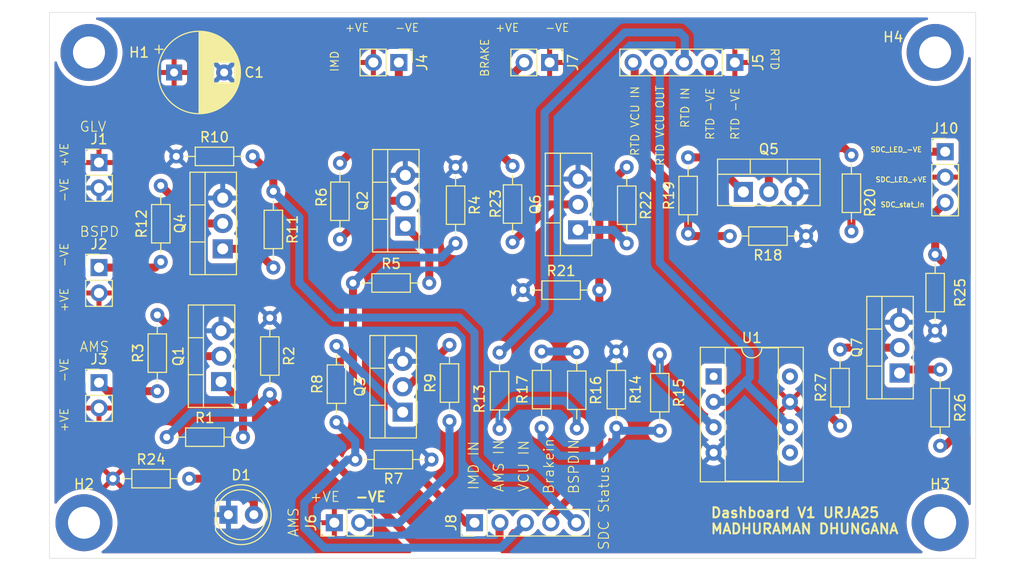
<source format=kicad_pcb>
(kicad_pcb (version 20240108) (generator "pcbnew") (generator_version "8.0")
  (layers (0 "F.Cu" signal) (31 "B.Cu" signal) (34 "B.Paste" user) (35 "F.Paste" user) (36 "B.SilkS" user "B.Silkscreen") (37 "F.SilkS" user "F.Silkscreen") (38 "B.Mask" user) (39 "F.Mask" user) (44 "Edge.Cuts" user))
  (net 0 "")
  (net 1 "AMS LED +ve")
  (net 2 "BSPD LED -ve")
  (net 3 "AMS LED -ve")
  (net 4 "IMD LED -ve")
  (net 5 "RTD Signal IN")
  (net 6 "RTD Signal VCU Out")
  (net 7 "RTD -ve out")
  (net 8 "Net-(Q1-D)")
  (net 9 "Net-(Q1-G)")
  (net 10 "Net-(Q2-G)")
  (net 11 "Net-(Q2-D)")
  (net 12 "Net-(Q3-D)")
  (net 13 "Net-(Q3-G)")
  (net 14 "Net-(Q4-D)")
  (net 15 "Net-(Q4-G)")
  (net 16 "AMS LED IN")
  (net 17 "IMD LED IN")
  (net 18 "VCU LED IN")
  (net 19 "VCU LED -ve")
  (net 20 "BSPD LED IN")
  (net 21 "Net-(R13-Pad1)")
  (net 22 "Net-(U1-+)")
  (net 23 "GND")
  (net 24 "RTD Signal VCU IN")
  (net 25 "Net-(Q5-G)")
  (net 26 "Net-(Q5-D)")
  (net 27 "Net-(R14-Pad2)")
  (net 28 "Net-(R16-Pad1)")
  (net 32 "Brake light -ve")
  (net 33 "Net-(Q6-D)")
  (net 34 "Net-(Q6-G)")
  (net 35 "Brake Light In")
  (net 36 "Net-(D1-A)")
  (net 37 "SDC_status_LED-ve")
  (net 38 "Net-(Q7-G)")
  (net 39 "Net-(Q7-D)")
  (net 40 "SDC_Status_in")
  (footprint "Connector_PinHeader_2.54mm:PinHeader_1x03_P2.54mm_Vertical" (layer "F.Cu") (at 174.5 102.92)
    (property "Reference" "J10" (at 0 -2.33 0) (layer "F.SilkS"))
    (property "Value" "Conn_01x03_Pin")
    (pad "1" thru_hole rect (at 0 0) (size 1.7 1.7) (drill 1) (layers "*.Cu" "*.Mask") (net 37 "SDC_status_LED-ve"))
    (pad "2" thru_hole oval (at 0 2.54) (size 1.7 1.7) (drill 1) (layers "*.Cu" "*.Mask") (net 1 "AMS LED +ve"))
    (pad "3" thru_hole oval (at 0 5.08) (size 1.7 1.7) (drill 1) (layers "*.Cu" "*.Mask") (net 40 "SDC_Status_in"))
  )
  (footprint "Package_DIP:CERDIP-8_W7.62mm_SideBrazed_Socket" (layer "F.Cu") (at 151.38 125.38)
    (property "Reference" "U1" (at 3.81 -3.855 0) (layer "F.SilkS"))
    (property "Value" "LM741")
    (pad "1" thru_hole rect (at 0 0) (size 1.6 1.6) (drill 0.8) (layers "*.Cu" "*.Mask"))
    (pad "2" thru_hole circle (at 0 2.54) (size 1.6 1.6) (drill 0.8) (layers "*.Cu" "*.Mask") (net 6 "RTD Signal VCU Out"))
    (pad "3" thru_hole circle (at 0 5.08) (size 1.6 1.6) (drill 0.8) (layers "*.Cu" "*.Mask") (net 22 "Net-(U1-+)"))
    (pad "4" thru_hole circle (at 0 7.62) (size 1.6 1.6) (drill 0.8) (layers "*.Cu" "*.Mask") (net 23 "GND"))
    (pad "5" thru_hole circle (at 7.62 7.62) (size 1.6 1.6) (drill 0.8) (layers "*.Cu" "*.Mask"))
    (pad "6" thru_hole circle (at 7.62 5.08) (size 1.6 1.6) (drill 0.8) (layers "*.Cu" "*.Mask") (net 6 "RTD Signal VCU Out"))
    (pad "7" thru_hole circle (at 7.62 2.54) (size 1.6 1.6) (drill 0.8) (layers "*.Cu" "*.Mask") (net 1 "AMS LED +ve"))
    (pad "8" thru_hole circle (at 7.62 0) (size 1.6 1.6) (drill 0.8) (layers "*.Cu" "*.Mask"))
  )
  (footprint "Resistor_THT:R_Axial_DIN0204_L3.6mm_D1.6mm_P7.62mm_Horizontal" (layer "F.Cu") (at 130 130.62 90)
    (property "Reference" "R13" (at 3 -2 90) (layer "F.SilkS"))
    (property "Value" "390")
    (pad "1" thru_hole circle (at 0 0 90) (size 1.4 1.4) (drill 0.7) (layers "*.Cu" "*.Mask") (net 21 "Net-(R13-Pad1)"))
    (pad "2" thru_hole oval (at 7.62 0 90) (size 1.4 1.4) (drill 0.7) (layers "*.Cu" "*.Mask") (net 5 "RTD Signal IN"))
  )
  (footprint "Resistor_THT:R_Axial_DIN0204_L3.6mm_D1.6mm_P7.62mm_Horizontal" (layer "F.Cu") (at 107.06 119.53 -90)
    (property "Reference" "R2" (at 3.81 -1.92 90) (layer "F.SilkS"))
    (property "Value" "10k")
    (pad "1" thru_hole circle (at 0 0 270) (size 1.4 1.4) (drill 0.7) (layers "*.Cu" "*.Mask") (net 23 "GND"))
    (pad "2" thru_hole oval (at 7.62 0 270) (size 1.4 1.4) (drill 0.7) (layers "*.Cu" "*.Mask") (net 16 "AMS LED IN"))
  )
  (footprint "Connector_PinHeader_2.54mm:PinHeader_1x02_P2.54mm_Vertical" (layer "F.Cu") (at 90 104)
    (property "Reference" "J1" (at 0 -2.33 0) (layer "F.SilkS"))
    (property "Value" "Conn_01x02_Pin")
    (pad "1" thru_hole rect (at 0 0) (size 1.7 1.7) (drill 1) (layers "*.Cu" "*.Mask") (net 1 "AMS LED +ve"))
    (pad "2" thru_hole oval (at 0 2.54) (size 1.7 1.7) (drill 1) (layers "*.Cu" "*.Mask") (net 23 "GND"))
  )
  (footprint "Resistor_THT:R_Axial_DIN0204_L3.6mm_D1.6mm_P7.62mm_Horizontal" (layer "F.Cu") (at 96.17 113.93 90)
    (property "Reference" "R12" (at 3.81 -1.92 90) (layer "F.SilkS"))
    (property "Value" "220")
    (pad "1" thru_hole circle (at 0 0 90) (size 1.4 1.4) (drill 0.7) (layers "*.Cu" "*.Mask") (net 2 "BSPD LED -ve"))
    (pad "2" thru_hole oval (at 7.62 0 90) (size 1.4 1.4) (drill 0.7) (layers "*.Cu" "*.Mask") (net 14 "Net-(Q4-D)"))
  )
  (footprint "Resistor_THT:R_Axial_DIN0204_L3.6mm_D1.6mm_P7.62mm_Horizontal" (layer "F.Cu") (at 165.14 103.26 -90)
    (property "Reference" "R20" (at 4.74 -1.86 90) (layer "F.SilkS"))
    (property "Value" "220")
    (pad "1" thru_hole circle (at 0 0 270) (size 1.4 1.4) (drill 0.7) (layers "*.Cu" "*.Mask") (net 7 "RTD -ve out"))
    (pad "2" thru_hole oval (at 7.62 0 270) (size 1.4 1.4) (drill 0.7) (layers "*.Cu" "*.Mask") (net 26 "Net-(Q5-D)"))
  )
  (footprint "Package_TO_SOT_THT:TO-220-3_Vertical" (layer "F.Cu") (at 154.35 106.935)
    (property "Reference" "Q5" (at 2.54 -4.27 0) (layer "F.SilkS"))
    (property "Value" "IRF540N")
    (pad "1" thru_hole rect (at 0 0) (size 1.905 2) (drill 1.1) (layers "*.Cu" "*.Mask") (net 25 "Net-(Q5-G)"))
    (pad "2" thru_hole oval (at 2.54 0) (size 1.905 2) (drill 1.1) (layers "*.Cu" "*.Mask") (net 26 "Net-(Q5-D)"))
    (pad "3" thru_hole oval (at 5.08 0) (size 1.905 2) (drill 1.1) (layers "*.Cu" "*.Mask") (net 23 "GND"))
  )
  (footprint "Resistor_THT:R_Axial_DIN0204_L3.6mm_D1.6mm_P7.62mm_Horizontal" (layer "F.Cu") (at 113.71 129.96 90)
    (property "Reference" "R8" (at 3.81 -1.92 90) (layer "F.SilkS"))
    (property "Value" "100")
    (pad "1" thru_hole circle (at 0 0 90) (size 1.4 1.4) (drill 0.7) (layers "*.Cu" "*.Mask") (net 18 "VCU LED IN"))
    (pad "2" thru_hole oval (at 7.62 0 90) (size 1.4 1.4) (drill 0.7) (layers "*.Cu" "*.Mask") (net 13 "Net-(Q3-G)"))
  )
  (footprint "Resistor_THT:R_Axial_DIN0204_L3.6mm_D1.6mm_P7.62mm_Horizontal" (layer "F.Cu") (at 134.2 130.51 90)
    (property "Reference" "R17" (at 3.81 -1.92 90) (layer "F.SilkS"))
    (property "Value" "10")
    (pad "1" thru_hole circle (at 0 0 90) (size 1.4 1.4) (drill 0.7) (layers "*.Cu" "*.Mask") (net 27 "Net-(R14-Pad2)"))
    (pad "2" thru_hole oval (at 7.62 0 90) (size 1.4 1.4) (drill 0.7) (layers "*.Cu" "*.Mask") (net 28 "Net-(R16-Pad1)"))
  )
  (footprint "Resistor_THT:R_Axial_DIN0204_L3.6mm_D1.6mm_P7.62mm_Horizontal" (layer "F.Cu") (at 125.61 104.45 -90)
    (property "Reference" "R4" (at 3.81 -1.92 90) (layer "F.SilkS"))
    (property "Value" "10k")
    (pad "1" thru_hole circle (at 0 0 270) (size 1.4 1.4) (drill 0.7) (layers "*.Cu" "*.Mask") (net 23 "GND"))
    (pad "2" thru_hole oval (at 7.62 0 270) (size 1.4 1.4) (drill 0.7) (layers "*.Cu" "*.Mask") (net 17 "IMD LED IN"))
  )
  (footprint "MountingHole:MountingHole_3.2mm_M3_ISO7380_Pad" (layer "F.Cu") (at 174 140)
    (property "Reference" "H3" (at 0 -3.85 0) (layer "F.SilkS"))
    (property "Value" "MountingHole_Pad_MP")
    (pad "1" thru_hole circle (at 0 0) (size 5.7 5.7) (drill 3.2) (layers "*.Cu" "*.Mask"))
  )
  (footprint "Package_TO_SOT_THT:TO-220-3_Vertical" (layer "F.Cu") (at 137.84 110.73 90)
    (property "Reference" "Q6" (at 2.54 -4.27 90) (layer "F.SilkS"))
    (property "Value" "IRF540N")
    (pad "1" thru_hole rect (at 0 0 90) (size 1.905 2) (drill 1.1) (layers "*.Cu" "*.Mask") (net 34 "Net-(Q6-G)"))
    (pad "2" thru_hole oval (at 2.54 0 90) (size 1.905 2) (drill 1.1) (layers "*.Cu" "*.Mask") (net 33 "Net-(Q6-D)"))
    (pad "3" thru_hole oval (at 5.08 0 90) (size 1.905 2) (drill 1.1) (layers "*.Cu" "*.Mask") (net 23 "GND"))
  )
  (footprint "Resistor_THT:R_Axial_DIN0204_L3.6mm_D1.6mm_P7.62mm_Horizontal" (layer "F.Cu") (at 174 132.31 90)
    (property "Reference" "R26" (at 3.81 2 90) (layer "F.SilkS"))
    (property "Value" "100")
    (pad "1" thru_hole circle (at 0 0 90) (size 1.4 1.4) (drill 0.7) (layers "*.Cu" "*.Mask") (net 40 "SDC_Status_in"))
    (pad "2" thru_hole oval (at 7.62 0 90) (size 1.4 1.4) (drill 0.7) (layers "*.Cu" "*.Mask") (net 38 "Net-(Q7-G)"))
  )
  (footprint "Resistor_THT:R_Axial_DIN0204_L3.6mm_D1.6mm_P7.62mm_Horizontal" (layer "F.Cu") (at 95.82 126.86 90)
    (property "Reference" "R3" (at 3.81 -1.92 90) (layer "F.SilkS"))
    (property "Value" "220")
    (pad "1" thru_hole circle (at 0 0 90) (size 1.4 1.4) (drill 0.7) (layers "*.Cu" "*.Mask") (net 3 "AMS LED -ve"))
    (pad "2" thru_hole oval (at 7.62 0 90) (size 1.4 1.4) (drill 0.7) (layers "*.Cu" "*.Mask") (net 8 "Net-(Q1-D)"))
  )
  (footprint "Package_TO_SOT_THT:TO-220-3_Vertical" (layer "F.Cu") (at 120.325 128.95 90)
    (property "Reference" "Q3" (at 2.54 -4.27 90) (layer "F.SilkS"))
    (property "Value" "IRF540N")
    (pad "1" thru_hole rect (at 0 0 90) (size 1.905 2) (drill 1.1) (layers "*.Cu" "*.Mask") (net 13 "Net-(Q3-G)"))
    (pad "2" thru_hole oval (at 2.54 0 90) (size 1.905 2) (drill 1.1) (layers "*.Cu" "*.Mask") (net 12 "Net-(Q3-D)"))
    (pad "3" thru_hole oval (at 5.08 0 90) (size 1.905 2) (drill 1.1) (layers "*.Cu" "*.Mask") (net 23 "GND"))
  )
  (footprint "Resistor_THT:R_Axial_DIN0204_L3.6mm_D1.6mm_P7.62mm_Horizontal" (layer "F.Cu") (at 114.06 104.06 -90)
    (property "Reference" "R6" (at 3.41 1.84 90) (layer "F.SilkS"))
    (property "Value" "220")
    (pad "1" thru_hole circle (at 0 0 270) (size 1.4 1.4) (drill 0.7) (layers "*.Cu" "*.Mask") (net 4 "IMD LED -ve"))
    (pad "2" thru_hole oval (at 7.62 0 270) (size 1.4 1.4) (drill 0.7) (layers "*.Cu" "*.Mask") (net 11 "Net-(Q2-D)"))
  )
  (footprint "Resistor_THT:R_Axial_DIN0204_L3.6mm_D1.6mm_P7.62mm_Horizontal" (layer "F.Cu") (at 148.83 111.11 90)
    (property "Reference" "R19" (at 3.81 -1.92 90) (layer "F.SilkS"))
    (property "Value" "100")
    (pad "1" thru_hole circle (at 0 0 90) (size 1.4 1.4) (drill 0.7) (layers "*.Cu" "*.Mask") (net 24 "RTD Signal VCU IN"))
    (pad "2" thru_hole oval (at 7.62 0 90) (size 1.4 1.4) (drill 0.7) (layers "*.Cu" "*.Mask") (net 25 "Net-(Q5-G)"))
  )
  (footprint "Resistor_THT:R_Axial_DIN0204_L3.6mm_D1.6mm_P7.62mm_Horizontal" (layer "F.Cu") (at 91.39 135.6)
    (property "Reference" "R24" (at 3.81 -1.92 0) (layer "F.SilkS"))
    (property "Value" "1K")
    (pad "1" thru_hole circle (at 0 0) (size 1.4 1.4) (drill 0.7) (layers "*.Cu" "*.Mask") (net 1 "AMS LED +ve"))
    (pad "2" thru_hole oval (at 7.62 0) (size 1.4 1.4) (drill 0.7) (layers "*.Cu" "*.Mask") (net 36 "Net-(D1-A)"))
  )
  (footprint "Resistor_THT:R_Axial_DIN0204_L3.6mm_D1.6mm_P7.62mm_Horizontal" (layer "F.Cu") (at 115.36 116.04)
    (property "Reference" "R5" (at 3.81 -1.92 0) (layer "F.SilkS"))
    (property "Value" "100")
    (pad "1" thru_hole circle (at 0 0) (size 1.4 1.4) (drill 0.7) (layers "*.Cu" "*.Mask") (net 17 "IMD LED IN"))
    (pad "2" thru_hole oval (at 7.62 0) (size 1.4 1.4) (drill 0.7) (layers "*.Cu" "*.Mask") (net 10 "Net-(Q2-G)"))
  )
  (footprint "Resistor_THT:R_Axial_DIN0204_L3.6mm_D1.6mm_P7.62mm_Horizontal" (layer "F.Cu") (at 141.66 122.89 -90)
    (property "Reference" "R14" (at 3.81 -1.92 90) (layer "F.SilkS"))
    (property "Value" "1k")
    (pad "1" thru_hole circle (at 0 0 270) (size 1.4 1.4) (drill 0.7) (layers "*.Cu" "*.Mask") (net 23 "GND"))
    (pad "2" thru_hole oval (at 7.62 0 270) (size 1.4 1.4) (drill 0.7) (layers "*.Cu" "*.Mask") (net 27 "Net-(R14-Pad2)"))
  )
  (footprint "Connector_PinHeader_2.54mm:PinHeader_1x02_P2.54mm_Vertical" (layer "F.Cu") (at 90 114.5)
    (property "Reference" "J2" (at 0 -2.33 0) (layer "F.SilkS"))
    (property "Value" "Conn_01x02_Pin")
    (pad "1" thru_hole rect (at 0 0) (size 1.7 1.7) (drill 1) (layers "*.Cu" "*.Mask") (net 2 "BSPD LED -ve"))
    (pad "2" thru_hole oval (at 0 2.54) (size 1.7 1.7) (drill 1) (layers "*.Cu" "*.Mask") (net 1 "AMS LED +ve"))
  )
  (footprint "LED_THT:LED_D5.0mm" (layer "F.Cu") (at 102.925 139.2)
    (property "Reference" "D1" (at 1.27 -3.96 0) (layer "F.SilkS"))
    (property "Value" "LED")
    (pad "1" thru_hole rect (at 0 0) (size 1.8 1.8) (drill 0.9) (layers "*.Cu" "*.Mask") (net 23 "GND"))
    (pad "2" thru_hole circle (at 2.54 0) (size 1.8 1.8) (drill 0.9) (layers "*.Cu" "*.Mask") (net 36 "Net-(D1-A)"))
  )
  (footprint "MountingHole:MountingHole_3.2mm_M3_ISO7380_Pad" (layer "F.Cu") (at 173.5 93)
    (property "Reference" "H4" (at -4.19 -1.53 0) (layer "F.SilkS"))
    (property "Value" "MountingHole_Pad_MP")
    (pad "1" thru_hole circle (at 0 0) (size 5.7 5.7) (drill 3.2) (layers "*.Cu" "*.Mask"))
  )
  (footprint "Resistor_THT:R_Axial_DIN0204_L3.6mm_D1.6mm_P7.62mm_Horizontal" (layer "F.Cu") (at 164 130.31 90)
    (property "Reference" "R27" (at 3.81 -1.92 90) (layer "F.SilkS"))
    (property "Value" "220")
    (pad "1" thru_hole circle (at 0 0 90) (size 1.4 1.4) (drill 0.7) (layers "*.Cu" "*.Mask") (net 37 "SDC_status_LED-ve"))
    (pad "2" thru_hole oval (at 7.62 0 90) (size 1.4 1.4) (drill 0.7) (layers "*.Cu" "*.Mask") (net 39 "Net-(Q7-D)"))
  )
  (footprint "Resistor_THT:R_Axial_DIN0204_L3.6mm_D1.6mm_P7.62mm_Horizontal" (layer "F.Cu") (at 160.61 111.35 180)
    (property "Reference" "R18" (at 3.81 -1.92 0) (layer "F.SilkS"))
    (property "Value" "10k")
    (pad "1" thru_hole circle (at 0 0 180) (size 1.4 1.4) (drill 0.7) (layers "*.Cu" "*.Mask") (net 23 "GND"))
    (pad "2" thru_hole oval (at 7.62 0 180) (size 1.4 1.4) (drill 0.7) (layers "*.Cu" "*.Mask") (net 24 "RTD Signal VCU IN"))
  )
  (footprint "Resistor_THT:R_Axial_DIN0204_L3.6mm_D1.6mm_P7.62mm_Horizontal" (layer "F.Cu") (at 131.3 104.34 -90)
    (property "Reference" "R23" (at 3.78 1.69 90) (layer "F.SilkS"))
    (property "Value" "220")
    (pad "1" thru_hole circle (at 0 0 270) (size 1.4 1.4) (drill 0.7) (layers "*.Cu" "*.Mask") (net 32 "Brake light -ve"))
    (pad "2" thru_hole oval (at 7.62 0 270) (size 1.4 1.4) (drill 0.7) (layers "*.Cu" "*.Mask") (net 33 "Net-(Q6-D)"))
  )
  (footprint "Resistor_THT:R_Axial_DIN0204_L3.6mm_D1.6mm_P7.62mm_Horizontal" (layer "F.Cu") (at 107.41 106.88 -90)
    (property "Reference" "R11" (at 3.81 -1.92 90) (layer "F.SilkS"))
    (property "Value" "100")
    (pad "1" thru_hole circle (at 0 0 270) (size 1.4 1.4) (drill 0.7) (layers "*.Cu" "*.Mask") (net 20 "BSPD LED IN"))
    (pad "2" thru_hole oval (at 7.62 0 270) (size 1.4 1.4) (drill 0.7) (layers "*.Cu" "*.Mask") (net 15 "Net-(Q4-G)"))
  )
  (footprint "Connector_PinHeader_2.54mm:PinHeader_1x02_P2.54mm_Vertical" (layer "F.Cu") (at 135 94 -90)
    (property "Reference" "J7" (at 0 -2.33 90) (layer "F.SilkS"))
    (property "Value" "Conn_01x02_Pin")
    (pad "1" thru_hole rect (at 0 0 270) (size 1.7 1.7) (drill 1) (layers "*.Cu" "*.Mask") (net 1 "AMS LED +ve"))
    (pad "2" thru_hole oval (at 0 2.54 270) (size 1.7 1.7) (drill 1) (layers "*.Cu" "*.Mask") (net 32 "Brake light -ve"))
  )
  (footprint "Resistor_THT:R_Axial_DIN0204_L3.6mm_D1.6mm_P7.62mm_Horizontal" (layer "F.Cu") (at 123.21 133.69 180)
    (property "Reference" "R7" (at 3.81 -1.92 0) (layer "F.SilkS"))
    (property "Value" "10k")
    (pad "1" thru_hole circle (at 0 0 180) (size 1.4 1.4) (drill 0.7) (layers "*.Cu" "*.Mask") (net 23 "GND"))
    (pad "2" thru_hole oval (at 7.62 0 180) (size 1.4 1.4) (drill 0.7) (layers "*.Cu" "*.Mask") (net 18 "VCU LED IN"))
  )
  (footprint "Connector_PinHeader_2.54mm:PinHeader_1x02_P2.54mm_Vertical" (layer "F.Cu") (at 90 126)
    (property "Reference" "J3" (at 0 -2.33 0) (layer "F.SilkS"))
    (property "Value" "Conn_01x02_Pin")
    (pad "1" thru_hole rect (at 0 0) (size 1.7 1.7) (drill 1) (layers "*.Cu" "*.Mask") (net 3 "AMS LED -ve"))
    (pad "2" thru_hole oval (at 0 2.54) (size 1.7 1.7) (drill 1) (layers "*.Cu" "*.Mask") (net 1 "AMS LED +ve"))
  )
  (footprint "Capacitor_THT:CP_Radial_D8.0mm_P5.00mm" (layer "F.Cu") (at 97.5 95)
    (property "Reference" "C1" (at 8 0 0) (layer "F.SilkS"))
    (property "Value" "C_Polarized")
    (pad "1" thru_hole rect (at 0 0) (size 1.6 1.6) (drill 0.8) (layers "*.Cu" "*.Mask") (net 1 "AMS LED +ve"))
    (pad "2" thru_hole circle (at 5 0) (size 1.6 1.6) (drill 0.8) (layers "*.Cu" "*.Mask") (net 23 "GND"))
  )
  (footprint "Resistor_THT:R_Axial_DIN0204_L3.6mm_D1.6mm_P7.62mm_Horizontal" (layer "F.Cu") (at 142.7 104.46 -90)
    (property "Reference" "R22" (at 3.81 -1.92 90) (layer "F.SilkS"))
    (property "Value" "100")
    (pad "1" thru_hole circle (at 0 0 270) (size 1.4 1.4) (drill 0.7) (layers "*.Cu" "*.Mask") (net 35 "Brake Light In"))
    (pad "2" thru_hole oval (at 7.62 0 270) (size 1.4 1.4) (drill 0.7) (layers "*.Cu" "*.Mask") (net 34 "Net-(Q6-G)"))
  )
  (footprint "Connector_PinHeader_2.54mm:PinHeader_1x05_P2.54mm_Vertical" (layer "F.Cu") (at 153.5 94 -90)
    (property "Reference" "J5" (at 0 -2.33 90) (layer "F.SilkS"))
    (property "Value" "Conn_01x05_Pin")
    (pad "1" thru_hole rect (at 0 0 270) (size 1.7 1.7) (drill 1) (layers "*.Cu" "*.Mask") (net 1 "AMS LED +ve"))
    (pad "2" thru_hole oval (at 0 2.54 270) (size 1.7 1.7) (drill 1) (layers "*.Cu" "*.Mask") (net 7 "RTD -ve out"))
    (pad "3" thru_hole oval (at 0 5.08 270) (size 1.7 1.7) (drill 1) (layers "*.Cu" "*.Mask") (net 5 "RTD Signal IN"))
    (pad "4" thru_hole oval (at 0 7.62 270) (size 1.7 1.7) (drill 1) (layers "*.Cu" "*.Mask") (net 6 "RTD Signal VCU Out"))
    (pad "5" thru_hole oval (at 0 10.16 270) (size 1.7 1.7) (drill 1) (layers "*.Cu" "*.Mask") (net 24 "RTD Signal VCU IN"))
  )
  (footprint "Package_TO_SOT_THT:TO-220-3_Vertical" (layer "F.Cu") (at 102.19 125.9 90)
    (property "Reference" "Q1" (at 2.54 -4.27 90) (layer "F.SilkS"))
    (property "Value" "IRF540N")
    (pad "1" thru_hole rect (at 0 0 90) (size 1.905 2) (drill 1.1) (layers "*.Cu" "*.Mask") (net 9 "Net-(Q1-G)"))
    (pad "2" thru_hole oval (at 2.54 0 90) (size 1.905 2) (drill 1.1) (layers "*.Cu" "*.Mask") (net 8 "Net-(Q1-D)"))
    (pad "3" thru_hole oval (at 5.08 0 90) (size 1.905 2) (drill 1.1) (layers "*.Cu" "*.Mask") (net 23 "GND"))
  )
  (footprint "Connector_PinHeader_2.54mm:PinHeader_1x02_P2.54mm_Vertical" (layer "F.Cu") (at 113.5 140 90)
    (property "Reference" "J6" (at 0 -2.33 90) (layer "F.SilkS"))
    (property "Value" "Conn_01x02_Pin")
    (pad "1" thru_hole rect (at 0 0 90) (size 1.7 1.7) (drill 1) (layers "*.Cu" "*.Mask") (net 1 "AMS LED +ve"))
    (pad "2" thru_hole oval (at 0 2.54 90) (size 1.7 1.7) (drill 1) (layers "*.Cu" "*.Mask") (net 19 "VCU LED -ve"))
  )
  (footprint "Package_TO_SOT_THT:TO-220-3_Vertical" (layer "F.Cu") (at 120.59 110.36 90)
    (property "Reference" "Q2" (at 2.54 -4.27 90) (layer "F.SilkS"))
    (property "Value" "IRF540N")
    (pad "1" thru_hole rect (at 0 0 90) (size 1.905 2) (drill 1.1) (layers "*.Cu" "*.Mask") (net 10 "Net-(Q2-G)"))
    (pad "2" thru_hole oval (at 2.54 0 90) (size 1.905 2) (drill 1.1) (layers "*.Cu" "*.Mask") (net 11 "Net-(Q2-D)"))
    (pad "3" thru_hole oval (at 5.08 0 90) (size 1.905 2) (drill 1.1) (layers "*.Cu" "*.Mask") (net 23 "GND"))
  )
  (footprint "Resistor_THT:R_Axial_DIN0204_L3.6mm_D1.6mm_P7.62mm_Horizontal" (layer "F.Cu") (at 146 123.19 -90)
    (property "Reference" "R15" (at 3.81 -1.92 90) (layer "F.SilkS"))
    (property "Value" "10k")
    (pad "1" thru_hole circle (at 0 0 270) (size 1.4 1.4) (drill 0.7) (layers "*.Cu" "*.Mask") (net 22 "Net-(U1-+)"))
    (pad "2" thru_hole oval (at 7.62 0 270) (size 1.4 1.4) (drill 0.7) (layers "*.Cu" "*.Mask") (net 27 "Net-(R14-Pad2)"))
  )
  (footprint "Connector_PinHeader_2.54mm:PinHeader_1x02_P2.54mm_Vertical" (layer "F.Cu") (at 119.94 94 -90)
    (property "Reference" "J4" (at 0 -2.33 90) (layer "F.SilkS"))
    (property "Value" "Conn_01x02_Pin")
    (pad "1" thru_hole rect (at 0 0 270) (size 1.7 1.7) (drill 1) (layers "*.Cu" "*.Mask") (net 4 "IMD LED -ve"))
    (pad "2" thru_hole oval (at 0 2.54 270) (size 1.7 1.7) (drill 1) (layers "*.Cu" "*.Mask") (net 1 "AMS LED +ve"))
  )
  (footprint "Resistor_THT:R_Axial_DIN0204_L3.6mm_D1.6mm_P7.62mm_Horizontal" (layer "F.Cu") (at 125 129.85 90)
    (property "Reference" "R9" (at 3.81 -1.92 90) (layer "F.SilkS"))
    (property "Value" "220")
    (pad "1" thru_hole circle (at 0 0 90) (size 1.4 1.4) (drill 0.7) (layers "*.Cu" "*.Mask") (net 19 "VCU LED -ve"))
    (pad "2" thru_hole oval (at 7.62 0 90) (size 1.4 1.4) (drill 0.7) (layers "*.Cu" "*.Mask") (net 12 "Net-(Q3-D)"))
  )
  (footprint "Resistor_THT:R_Axial_DIN0204_L3.6mm_D1.6mm_P7.62mm_Horizontal" (layer "F.Cu") (at 132.34 116.75)
    (property "Reference" "R21" (at 3.81 -1.92 0) (layer "F.SilkS"))
    (property "Value" "10k")
    (pad "1" thru_hole circle (at 0 0) (size 1.4 1.4) (drill 0.7) (layers "*.Cu" "*.Mask") (net 23 "GND"))
    (pad "2" thru_hole oval (at 7.62 0) (size 1.4 1.4) (drill 0.7) (layers "*.Cu" "*.Mask") (net 35 "Brake Light In"))
  )
  (footprint "MountingHole:MountingHole_3.2mm_M3_ISO7380_Pad" (layer "F.Cu") (at 89 93)
    (property "Reference" "H1" (at 5 0 0) (layer "F.SilkS"))
    (property "Value" "MountingHole_Pad_MP")
    (pad "1" thru_hole circle (at 0 0) (size 5.7 5.7) (drill 3.2) (layers "*.Cu" "*.Mask"))
  )
  (footprint "Resistor_THT:R_Axial_DIN0204_L3.6mm_D1.6mm_P7.62mm_Horizontal" (layer "F.Cu") (at 97.72 103.39)
    (property "Reference" "R10" (at 3.81 -1.92 0) (layer "F.SilkS"))
    (property "Value" "10k")
    (pad "1" thru_hole circle (at 0 0) (size 1.4 1.4) (drill 0.7) (layers "*.Cu" "*.Mask") (net 23 "GND"))
    (pad "2" thru_hole oval (at 7.62 0) (size 1.4 1.4) (drill 0.7) (layers "*.Cu" "*.Mask") (net 20 "BSPD LED IN"))
  )
  (footprint "Resistor_THT:R_Axial_DIN0204_L3.6mm_D1.6mm_P7.62mm_Horizontal" (layer "F.Cu") (at 96.76 131.45)
    (property "Reference" "R1" (at 3.81 -1.92 0) (layer "F.SilkS"))
    (property "Value" "100")
    (pad "1" thru_hole circle (at 0 0) (size 1.4 1.4) (drill 0.7) (layers "*.Cu" "*.Mask") (net 16 "AMS LED IN"))
    (pad "2" thru_hole oval (at 7.62 0) (size 1.4 1.4) (drill 0.7) (layers "*.Cu" "*.Mask") (net 9 "Net-(Q1-G)"))
  )
  (footprint "MountingHole:MountingHole_3.2mm_M3_ISO7380_Pad" (layer "F.Cu") (at 88.5 140)
    (property "Reference" "H2" (at 0 -3.85 0) (layer "F.SilkS"))
    (property "Value" "MountingHole_Pad_MP")
    (pad "1" thru_hole circle (at 0 0) (size 5.7 5.7) (drill 3.2) (layers "*.Cu" "*.Mask"))
  )
  (footprint "Resistor_THT:R_Axial_DIN0204_L3.6mm_D1.6mm_P7.62mm_Horizontal" (layer "F.Cu") (at 173.5 120.81 90)
    (property "Reference" "R25" (at 3.81 2.5 90) (layer "F.SilkS"))
    (property "Value" "10k")
    (pad "1" thru_hole circle (at 0 0 90) (size 1.4 1.4) (drill 0.7) (layers "*.Cu" "*.Mask") (net 23 "GND"))
    (pad "2" thru_hole oval (at 7.62 0 90) (size 1.4 1.4) (drill 0.7) (layers "*.Cu" "*.Mask") (net 40 "SDC_Status_in"))
  )
  (footprint "Package_TO_SOT_THT:TO-220-3_Vertical" (layer "F.Cu") (at 169.945 125.04 90)
    (property "Reference" "Q7" (at 2.54 -4.27 90) (layer "F.SilkS"))
    (property "Value" "IRF540N")
    (pad "1" thru_hole rect (at 0 0 90) (size 1.905 2) (drill 1.1) (layers "*.Cu" "*.Mask") (net 38 "Net-(Q7-G)"))
    (pad "2" thru_hole oval (at 2.54 0 90) (size 1.905 2) (drill 1.1) (layers "*.Cu" "*.Mask") (net 39 "Net-(Q7-D)"))
    (pad "3" thru_hole oval (at 5.08 0 90) (size 1.905 2) (drill 1.1) (layers "*.Cu" "*.Mask") (net 23 "GND"))
  )
  (footprint "Package_TO_SOT_THT:TO-220-3_Vertical" (layer "F.Cu") (at 102.355 112.63 90)
    (property "Reference" "Q4" (at 2.54 -4.27 90) (layer "F.SilkS"))
    (property "Value" "IRF540N")
    (pad "1" thru_hole rect (at 0 0 90) (size 1.905 2) (drill 1.1) (layers "*.Cu" "*.Mask") (net 15 "Net-(Q4-G)"))
    (pad "2" thru_hole oval (at 2.54 0 90) (size 1.905 2) (drill 1.1) (layers "*.Cu" "*.Mask") (net 14 "Net-(Q4-D)"))
    (pad "3" thru_hole oval (at 5.08 0 90) (size 1.905 2) (drill 1.1) (layers "*.Cu" "*.Mask") (net 23 "GND"))
  )
  (footprint "Resistor_THT:R_Axial_DIN0204_L3.6mm_D1.6mm_P7.62mm_Horizontal" (layer "F.Cu") (at 137.71 122.95 -90)
    (property "Reference" "R16" (at 3.81 -1.92 90) (layer "F.SilkS"))
    (property "Value" "2.2k")
    (pad "1" thru_hole circle (at 0 0 270) (size 1.4 1.4) (drill 0.7) (layers "*.Cu" "*.Mask") (net 28 "Net-(R16-Pad1)"))
    (pad "2" thru_hole oval (at 7.62 0 270) (size 1.4 1.4) (drill 0.7) (layers "*.Cu" "*.Mask") (net 21 "Net-(R13-Pad1)"))
  )
  (footprint "Connector_PinHeader_2.54mm:PinHeader_1x05_P2.54mm_Vertical" (layer "F.Cu") (at 127.5 140 90)
    (property "Reference" "J8" (at 0 -2.33 90) (layer "F.SilkS"))
    (property "Value" "Conn_01x05_Pin")
    (pad "1" thru_hole rect (at 0 0 90) (size 1.7 1.7) (drill 1) (layers "*.Cu" "*.Mask") (net 17 "IMD LED IN"))
    (pad "2" thru_hole oval (at 0 2.54 90) (size 1.7 1.7) (drill 1) (layers "*.Cu" "*.Mask") (net 16 "AMS LED IN"))
    (pad "3" thru_hole oval (at 0 5.08 90) (size 1.7 1.7) (drill 1) (layers "*.Cu" "*.Mask") (net 18 "VCU LED IN"))
    (pad "4" thru_hole oval (at 0 7.62 90) (size 1.7 1.7) (drill 1) (layers "*.Cu" "*.Mask") (net 35 "Brake Light In"))
    (pad "5" thru_hole oval (at 0 10.16 90) (size 1.7 1.7) (drill 1) (layers "*.Cu" "*.Mask") (net 20 "BSPD LED IN"))
  )
  (gr_rect (start 85.05 89) (end 177.55 143.55) (stroke (width 0.05)) (fill none) (layer "Edge.Cuts"))
  (gr_text "+VE\n" (at 87 131 90) (layer "F.SilkS") (effects (font (size 0.8 0.8) (thickness 0.1)) (justify left bottom)))
  (gr_text "+VE\n" (at 87 119 90) (layer "F.SilkS") (effects (font (size 0.8 0.8) (thickness 0.1)) (justify left bottom)))
  (gr_text "SDC_stat_In" (at 168 108.5 0) (layer "F.SilkS") (effects (font (size 0.5 0.5) (thickness 0.1)) (justify left bottom)))
  (gr_text "Brakein" (at 135.5 137.2 90) (layer "F.SilkS") (effects (font (size 1 1) (thickness 0.1)) (justify left bottom)))
  (gr_text "AMS" (at 110 141.5 90) (layer "F.SilkS") (effects (font (size 1 1) (thickness 0.1)) (justify left bottom)))
  (gr_text "SDC_LED_-VE" (at 167 103 0) (layer "F.SilkS") (effects (font (size 0.5 0.5) (thickness 0.1)) (justify left bottom)))
  (gr_text "RTD -VE" (at 151.5 101.8 90) (layer "F.SilkS") (effects (font (size 0.8 0.8) (thickness 0.1)) (justify left bottom)))
  (gr_text "RTD VCU IN" (at 144 103.4 90) (layer "F.SilkS") (effects (font (size 0.8 0.8) (thickness 0.1)) (justify left bottom)))
  (gr_text "BRAKE" (at 129 95.5 90) (layer "F.SilkS") (effects (font (size 0.8 0.8) (thickness 0.1)) (justify left bottom)))
  (gr_text "AMS IN" (at 130.5 137 90) (layer "F.SilkS") (effects (font (size 1 1) (thickness 0.1)) (justify left bottom)))
  (gr_text "-VE\n" (at 87 126 90) (layer "F.SilkS") (effects (font (size 0.8 0.8) (thickness 0.1)) (justify left bottom)))
  (gr_text "+VE\n" (at 111 138 0) (layer "F.SilkS") (effects (font (size 1 1) (thickness 0.1)) (justify left bottom)))
  (gr_text "+VE\n" (at 114.5 91 0) (layer "F.SilkS") (effects (font (size 0.8 0.8) (thickness 0.1)) (justify left bottom)))
  (gr_text "RTD VCU OUT" (at 146.5 104.4 90) (layer "F.SilkS") (effects (font (size 0.8 0.8) (thickness 0.1)) (justify left bottom)))
  (gr_text "-VE\n" (at 87 108 90) (layer "F.SilkS") (effects (font (size 0.8 0.8) (thickness 0.1)) (justify left bottom)))
  (gr_text "SDC Status" (at 141 142.8 90) (layer "F.SilkS") (effects (font (size 1 1) (thickness 0.1)) (justify left bottom)))
  (gr_text "VCU IN\n" (at 133 137 90) (layer "F.SilkS") (effects (font (size 1 1) (thickness 0.1)) (justify left bottom)))
  (gr_text "SDC_LED_+VE" (at 167.5 106 0) (layer "F.SilkS") (effects (font (size 0.5 0.5) (thickness 0.1)) (justify left bottom)))
  (gr_text "IMD IN" (at 128 136.8 90) (layer "F.SilkS") (effects (font (size 1 1) (thickness 0.1)) (justify left bottom)))
  (gr_text "RTD -VE" (at 154 101.8 90) (layer "F.SilkS") (effects (font (size 0.8 0.8) (thickness 0.1)) (justify left bottom)))
  (gr_text "-VE\n" (at 87 114.5 90) (layer "F.SilkS") (effects (font (size 0.8 0.8) (thickness 0.1)) (justify left bottom)))
  (gr_text "AMS" (at 88 123 0) (layer "F.SilkS") (effects (font (size 1 1) (thickness 0.1)) (justify left bottom)))
  (gr_text "+VE\n" (at 87 104.5 90) (layer "F.SilkS") (effects (font (size 0.8 0.8) (thickness 0.1)) (justify left bottom)))
  (gr_text "RTD" (at 157 92.5 270) (layer "F.SilkS") (effects (font (size 0.8 0.8) (thickness 0.1)) (justify left bottom)))
  (gr_text "BSPD" (at 88 111.5 0) (layer "F.SilkS") (effects (font (size 1 1) (thickness 0.1)) (justify left bottom)))
  (gr_text "IMD" (at 114 95 90) (layer "F.SilkS") (effects (font (size 0.8 0.8) (thickness 0.1)) (justify left bottom)))
  (gr_text "-VE\n" (at 134.5 91 0) (layer "F.SilkS") (effects (font (size 0.8 0.8) (thickness 0.1)) (justify left bottom)))
  (gr_text "GLV" (at 88 101 0) (layer "F.SilkS") (effects (font (size 1 1) (thickness 0.1)) (justify left bottom)))
  (gr_text "BSPDIN" (at 138 137.2 90) (layer "F.SilkS") (effects (font (size 1 1) (thickness 0.1)) (justify left bottom)))
  (gr_text "-VE\n" (at 115.5 138 0) (layer "F.SilkS") (effects (font (size 1 1) (thickness 0.2) (bold yes)) (justify left bottom)))
  (gr_text "Dashboard V1 URJA25\nMADHURAMAN DHUNGANA" (at 151 141.2 0) (layer "F.SilkS") (effects (font (size 1 1) (thickness 0.2) (bold yes)) (justify left bottom)))
  (gr_text "-VE\n" (at 119.5 91 0) (layer "F.SilkS") (effects (font (size 0.8 0.8) (thickness 0.1)) (justify left bottom)))
  (gr_text "RTD IN" (at 149 100.6 90) (layer "F.SilkS") (effects (font (size 0.8 0.8) (thickness 0.1)) (justify left bottom)))
  (gr_text "+VE\n" (at 129.5 91 0) (layer "F.SilkS") (effects (font (size 0.8 0.8) (thickness 0.1)) (justify left bottom)))
  (segment (start 90 114.5) (end 95.6 114.5) (width 0.8) (layer "F.Cu") (net 2))
  (segment (start 95.6 114.5) (end 96.17 113.93) (width 0.8) (layer "F.Cu") (net 2))
  (segment (start 90.86 126.86) (end 90 126) (width 0.8) (layer "F.Cu") (net 3))
  (segment (start 95.82 126.86) (end 90.86 126.86) (width 0.8) (layer "F.Cu") (net 3))
  (segment (start 119.94 98.18) (end 119.94 94) (width 0.8) (layer "F.Cu") (net 4))
  (segment (start 114.06 104.06) (end 119.94 98.18) (width 0.8) (layer "F.Cu") (net 4))
  (segment (start 148.5 91.5) (end 148 91) (width 0.8) (layer "B.Cu") (net 5))
  (segment (start 142.5 91) (end 134.5 99) (width 0.8) (layer "B.Cu") (net 5))
  (segment (start 134.5 99) (end 134.5 118.595) (width 0.8) (layer "B.Cu") (net 5))
  (segment (start 134.5 118.595) (end 130 123.095) (width 0.8) (layer "B.Cu") (net 5))
  (segment (start 148.5 94) (end 148.5 91.5) (width 0.8) (layer "B.Cu") (net 5))
  (segment (start 148 91) (end 142.5 91) (width 0.8) (layer "B.Cu") (net 5))
  (segment (start 154.715685 126.175685) (end 159 130.46) (width 0.8) (layer "B.Cu") (net 6))
  (segment (start 152.51137 127.92) (end 151.38 127.92) (width 0.8) (layer "B.Cu") (net 6))
  (segment (start 146 94) (end 146 114) (width 0.8) (layer "B.Cu") (net 6))
  (segment (start 154.715685 125.715685) (end 154.715685 126.175685) (width 0.8) (layer "B.Cu") (net 6))
  (segment (start 155 123) (end 155 125.43137) (width 0.8) (layer "B.Cu") (net 6))
  (segment (start 155 125.43137) (end 154.715685 125.715685) (width 0.8) (layer "B.Cu") (net 6))
  (segment (start 155 125.43137) (end 152.51137 127.92) (width 0.8) (layer "B.Cu") (net 6))
  (segment (start 146 114) (end 155 123) (width 0.8) (layer "B.Cu") (net 6))
  (segment (start 151 97) (end 151 94) (width 0.8) (layer "F.Cu") (net 7))
  (segment (start 165.14 103.26) (end 164.44 102.56) (width 0.8) (layer "F.Cu") (net 7))
  (segment (start 164.44 102.56) (end 156.56 102.56) (width 0.8) (layer "F.Cu") (net 7))
  (segment (start 156.56 102.56) (end 151 97) (width 0.8) (layer "F.Cu") (net 7))
  (segment (start 102.19 123.36) (end 99.94 123.36) (width 0.8) (layer "F.Cu") (net 8))
  (segment (start 99.94 123.36) (end 95.82 119.24) (width 0.8) (layer "F.Cu") (net 8))
  (segment (start 104.38 131.45) (end 104.38 128.09) (width 0.8) (layer "F.Cu") (net 9))
  (segment (start 104.38 128.09) (end 102.19 125.9) (width 0.8) (layer "F.Cu") (net 9))
  (segment (start 122.98 116.04) (end 122.98 112.75) (width 0.8) (layer "F.Cu") (net 10))
  (segment (start 122.98 112.75) (end 120.59 110.36) (width 0.8) (layer "F.Cu") (net 10))
  (segment (start 117.92 107.82) (end 120.59 107.82) (width 0.8) (layer "F.Cu") (net 11))
  (segment (start 114.06 111.68) (end 117.92 107.82) (width 0.8) (layer "F.Cu") (net 11))
  (segment (start 120.82 126.41) (end 125 122.23) (width 0.8) (layer "F.Cu") (net 12))
  (segment (start 120.325 126.41) (end 120.82 126.41) (width 0.8) (layer "F.Cu") (net 12))
  (segment (start 120.325 128.95) (end 120.197669 128.95) (width 0.8) (layer "B.Cu") (net 13))
  (segment (start 113.71 122.462331) (end 113.71 122.34) (width 0.8) (layer "B.Cu") (net 13))
  (segment (start 120.197669 128.95) (end 113.71 122.462331) (width 0.8) (layer "B.Cu") (net 13))
  (segment (start 99.95 110.09) (end 102.355 110.09) (width 0.8) (layer "F.Cu") (net 14))
  (segment (start 96.17 106.31) (end 99.95 110.09) (width 0.8) (layer "F.Cu") (net 14))
  (segment (start 105.54 112.63) (end 107.41 114.5) (width 0.8) (layer "F.Cu") (net 15))
  (segment (start 102.355 112.63) (end 105.54 112.63) (width 0.8) (layer "F.Cu") (net 15))
  (segment (start 129.775 142) (end 121.5 142) (width 0.8) (layer "F.Cu") (net 16))
  (segment (start 130 141.775) (end 129.775 142) (width 0.8) (layer "F.Cu") (net 16))
  (segment (start 130 140) (end 130 141.775) (width 0.8) (layer "F.Cu") (net 16))
  (segment (start 107.06 127.56) (end 107.06 127.15) (width 0.8) (layer "F.Cu") (net 16))
  (segment (start 121.5 142) (end 107.06 127.56) (width 0.8) (layer "F.Cu") (net 16))
  (segment (start 96.76 131.45) (end 99.21 129) (width 0.8) (layer "B.Cu") (net 16))
  (segment (start 105.21 129) (end 107.06 127.15) (width 0.8) (layer "B.Cu") (net 16))
  (segment (start 99.21 129) (end 105.21 129) (width 0.8) (layer "B.Cu") (net 16))
  (segment (start 115.36 116.04) (end 115.36 128.71) (width 0.8) (layer "F.Cu") (net 17))
  (segment (start 126.65 140) (end 127.5 140) (width 0.8) (layer "F.Cu") (net 17))
  (segment (start 115.36 128.71) (end 126.65 140) (width 0.8) (layer "F.Cu") (net 17))
  (segment (start 117.9 113.5) (end 115.36 116.04) (width 0.8) (layer "B.Cu") (net 17))
  (segment (start 125.61 112.07) (end 124.18 113.5) (width 0.8) (layer "B.Cu") (net 17))
  (segment (start 124.18 113.5) (end 117.9 113.5) (width 0.8) (layer "B.Cu") (net 17))
  (segment (start 132.5 140.125) (end 130.125 142.5) (width 0.8) (layer "B.Cu") (net 18))
  (segment (start 110.5 140.5) (end 110.5 138) (width 0.8) (layer "B.Cu") (net 18))
  (segment (start 114.81 133.69) (end 115.59 133.69) (width 0.8) (layer "B.Cu") (net 18))
  (segment (start 115.59 131.84) (end 113.71 129.96) (width 0.8) (layer "B.Cu") (net 18))
  (segment (start 112.5 142.5) (end 110.5 140.5) (width 0.8) (layer "B.Cu") (net 18))
  (segment (start 110.5 138) (end 114.81 133.69) (width 0.8) (layer "B.Cu") (net 18))
  (segment (start 132.5 139.900126) (end 132.5 140) (width 0.8) (layer "B.Cu") (net 18))
  (segment (start 130.125 142.5) (end 112.5 142.5) (width 0.8) (layer "B.Cu") (net 18))
  (segment (start 115.59 133.69) (end 115.59 131.84) (width 0.8) (layer "B.Cu") (net 18))
  (segment (start 132.5 140) (end 132.5 140.125) (width 0.8) (layer "B.Cu") (net 18))
  (segment (start 116 140) (end 120 140) (width 0.8) (layer "B.Cu") (net 19))
  (segment (start 125 135) (end 125 129.85) (width 0.8) (layer "B.Cu") (net 19))
  (segment (start 120 140) (end 125 135) (width 0.8) (layer "B.Cu") (net 19))
  (segment (start 107.41 105.46) (end 105.34 103.39) (width 0.8) (layer "F.Cu") (net 20))
  (segment (start 107.41 106.88) (end 107.41 105.46) (width 0.8) (layer "F.Cu") (net 20))
  (segment (start 129.436371 135.5) (end 127.5 133.563629) (width 0.8) (layer "B.Cu") (net 20))
  (segment (start 127.5 133.563629) (end 127.5 121) (width 0.8) (layer "B.Cu") (net 20))
  (segment (start 133.125 135.5) (end 129.436371 135.5) (width 0.8) (layer "B.Cu") (net 20))
  (segment (start 137.5 140) (end 137.5 139.875) (width 0.8) (layer "B.Cu") (net 20))
  (segment (start 126 119.5) (end 113.5 119.5) (width 0.8) (layer "B.Cu") (net 20))
  (segment (start 110 109.47) (end 107.41 106.88) (width 0.8) (layer "B.Cu") (net 20))
  (segment (start 137.5 139.875) (end 133.125 135.5) (width 0.8) (layer "B.Cu") (net 20))
  (segment (start 110 116) (end 110 109.47) (width 0.8) (layer "B.Cu") (net 20))
  (segment (start 127.5 121) (end 126 119.5) (width 0.8) (layer "B.Cu") (net 20))
  (segment (start 113.5 119.5) (end 110 116) (width 0.8) (layer "B.Cu") (net 20))
  (segment (start 130 129.31) (end 130 130.62) (width 0.8) (layer "B.Cu") (net 21))
  (segment (start 137.71 129.02) (end 136.5 127.81) (width 0.8) (layer "B.Cu") (net 21))
  (segment (start 137.71 130.57) (end 137.71 129.02) (width 0.8) (layer "B.Cu") (net 21))
  (segment (start 131.5 127.81) (end 130 129.31) (width 0.8) (layer "B.Cu") (net 21))
  (segment (start 136.5 127.81) (end 131.5 127.81) (width 0.8) (layer "B.Cu") (net 21))
  (segment (start 146 125.08) (end 146 123.19) (width 0.8) (layer "B.Cu") (net 22))
  (segment (start 151.38 130.46) (end 146 125.08) (width 0.8) (layer "B.Cu") (net 22))
  (segment (start 143.5 102.5) (end 148.83 107.83) (width 0.8) (layer "F.Cu") (net 24))
  (segment (start 148.83 107.83) (end 148.83 111.11) (width 0.8) (layer "F.Cu") (net 24))
  (segment (start 143.5 94) (end 143.5 102.5) (width 0.8) (layer "F.Cu") (net 24))
  (segment (start 149.07 111.35) (end 148.83 111.11) (width 0.8) (layer "F.Cu") (net 24))
  (segment (start 152.99 111.35) (end 149.07 111.35) (width 0.8) (layer "F.Cu") (net 24))
  (segment (start 148.83 103.49) (end 150.905 103.49) (width 0.8) (layer "F.Cu") (net 25))
  (segment (start 150.905 103.49) (end 154.35 106.935) (width 0.8) (layer "F.Cu") (net 25))
  (segment (start 165.14 108.64) (end 165.14 110.88) (width 0.8) (layer "F.Cu") (net 26))
  (segment (start 156.89 106.935) (end 156.89 105.11) (width 0.8) (layer "F.Cu") (net 26))
  (segment (start 160.5 104) (end 165.14 108.64) (width 0.8) (layer "F.Cu") (net 26))
  (segment (start 158 104) (end 160.5 104) (width 0.8) (layer "F.Cu") (net 26))
  (segment (start 156.89 105.11) (end 158 104) (width 0.8) (layer "F.Cu") (net 26))
  (segment (start 146 130.81) (end 141.96 130.81) (width 0.8) (layer "B.Cu") (net 27))
  (segment (start 140 133.31) (end 136 133.31) (width 0.8) (layer "B.Cu") (net 27))
  (segment (start 136 133.31) (end 134.2 131.51) (width 0.8) (layer "B.Cu") (net 27))
  (segment (start 141.96 130.81) (end 141.66 130.51) (width 0.8) (layer "B.Cu") (net 27))
  (segment (start 141.66 131.65) (end 140 133.31) (width 0.8) (layer "B.Cu") (net 27))
  (segment (start 141.66 130.51) (end 141.66 131.65) (width 0.8) (layer "B.Cu") (net 27))
  (segment (start 134.2 131.51) (end 134.2 130.51) (width 0.8) (layer "B.Cu") (net 27))
  (segment (start 137.65 122.89) (end 137.71 122.95) (width 0.8) (layer "B.Cu") (net 28))
  (segment (start 134.2 122.89) (end 137.65 122.89) (width 0.8) (layer "B.Cu") (net 28))
  (segment (start 129 102.04) (end 131.3 104.34) (width 0.8) (layer "F.Cu") (net 32))
  (segment (start 132.5 94) (end 129 97.5) (width 0.8) (layer "F.Cu") (net 32))
  (segment (start 129 97.5) (end 129 102.04) (width 0.8) (layer "F.Cu") (net 32))
  (segment (start 137.84 108.19) (end 135.07 108.19) (width 0.8) (layer "F.Cu") (net 33))
  (segment (start 135.07 108.19) (end 131.3 111.96) (width 0.8) (layer "F.Cu") (net 33))
  (segment (start 141.35 110.73) (end 142.7 112.08) (width 0.8) (layer "B.Cu") (net 34))
  (segment (start 137.84 110.73) (end 141.35 110.73) (width 0.8) (layer "B.Cu") (net 34))
  (segment (start 135 139.5) (end 139.96 134.54) (width 0.8) (layer "F.Cu") (net 35))
  (segment (start 139.96 116.75) (end 139.96 107.2) (width 0.8) (layer "F.Cu") (net 35))
  (segment (start 135 140) (end 135 139.5) (width 0.8) (layer "F.Cu") (net 35))
  (segment (start 139.96 134.54) (end 139.96 116.75) (width 0.8) (layer "F.Cu") (net 35))
  (segment (start 139.96 107.2) (end 142.7 104.46) (width 0.8) (layer "F.Cu") (net 35))
  (segment (start 103.137792 135.6) (end 105.465 137.927208) (width 0.8) (layer "F.Cu") (net 36))
  (segment (start 99.01 135.6) (end 103.137792 135.6) (width 0.8) (layer "F.Cu") (net 36))
  (segment (start 105.465 137.927208) (end 105.465 139.2) (width 0.8) (layer "F.Cu") (net 36))
  (segment (start 171.58 102.92) (end 174.5 102.92) (width 0.8) (layer "F.Cu") (net 37))
  (segment (start 161.5 119.5) (end 161.5 127.81) (width 0.8) (layer "F.Cu") (net 37))
  (segment (start 169 112) (end 169 105.5) (width 0.8) (layer "F.Cu") (net 37))
  (segment (start 161.5 119.5) (end 169 112) (width 0.8) (layer "F.Cu") (net 37))
  (segment (start 161.5 127.81) (end 164 130.31) (width 0.8) (layer "F.Cu") (net 37))
  (segment (start 169 105.5) (end 171.58 102.92) (width 0.8) (layer "F.Cu") (net 37))
  (segment (start 174 124.69) (end 170.295 124.69) (width 0.8) (layer "F.Cu") (net 38))
  (segment (start 170.295 124.69) (end 169.945 125.04) (width 0.8) (layer "F.Cu") (net 38))
  (segment (start 169.945 122.5) (end 164.19 122.5) (width 0.8) (layer "F.Cu") (net 39))
  (segment (start 164.19 122.5) (end 164 122.69) (width 0.8) (layer "F.Cu") (net 39))
  (segment (start 176.25 130.56) (end 174.5 132.31) (width 0.8) (layer "F.Cu") (net 40))
  (segment (start 173.5 113.19) (end 176.25 115.94) (width 0.8) (layer "F.Cu") (net 40))
  (segment (start 173.5 109) (end 173.5 113.19) (width 0.8) (layer "F.Cu") (net 40))
  (segment (start 176.25 115.94) (end 176.25 130.56) (width 0.8) (layer "F.Cu") (net 40))
  (segment (start 174.5 108) (end 173.5 109) (width 0.8) (layer "F.Cu") (net 40))
  (zone (net 1) (net_name "AMS LED +ve") (layer "F.Cu") (connect_pads (clearance 0.5)) (min_thickness 0.25) (fill yes (thermal_gap 0.5) (thermal_bridge_width 0.5))
    (polygon (pts (xy 85 89) (xy 177.5 89) (xy 177.5 143.5) (xy 85 143.5)))
  )
  (zone (net 23) (net_name "GND") (layer "B.Cu") (priority 1) (connect_pads (clearance 0.5)) (min_thickness 0.25) (fill yes (thermal_gap 0.5) (thermal_bridge_width 0.5))
    (polygon (pts (xy 85 89) (xy 177.5 89) (xy 177.5 143.5) (xy 85 143.5)))
  )
)
</source>
